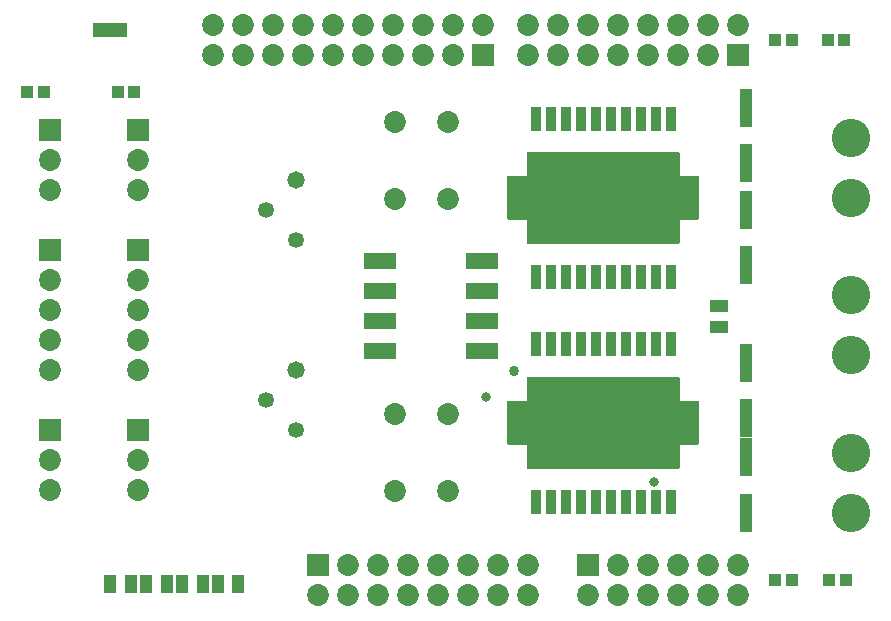
<source format=gts>
%FSLAX25Y25*%
%MOIN*%
G70*
G01*
G75*
G04 Layer_Color=8388736*
%ADD10R,0.03150X0.03347*%
%ADD11R,0.02756X0.07087*%
%ADD12R,0.03937X0.03937*%
%ADD13R,0.05118X0.03347*%
%ADD14R,0.10500X0.04300*%
%ADD15R,0.03347X0.05118*%
%ADD16R,0.03150X0.11811*%
%ADD17R,0.10000X0.04400*%
%ADD18C,0.01200*%
%ADD19C,0.00600*%
%ADD20C,0.03000*%
%ADD21C,0.02500*%
%ADD22C,0.00700*%
%ADD23C,0.03200*%
%ADD24C,0.01600*%
%ADD25C,0.02800*%
%ADD26C,0.03500*%
%ADD27C,0.02000*%
%ADD28R,0.02953X0.02953*%
%ADD29R,0.06500X0.06500*%
%ADD30C,0.06500*%
%ADD31R,0.06500X0.06500*%
%ADD32C,0.12000*%
%ADD33C,0.05000*%
%ADD34C,0.04500*%
%ADD35C,0.02600*%
%ADD36C,0.02400*%
%ADD37C,0.04400*%
%ADD38C,0.03200*%
%ADD39C,0.03000*%
%ADD40R,0.13976X0.05906*%
%ADD41R,0.02362X0.03347*%
%ADD42R,0.03347X0.03150*%
%ADD43R,0.03543X0.04921*%
%ADD44R,0.08268X0.03543*%
%ADD45R,0.08268X0.12992*%
%ADD46C,0.01000*%
%ADD47C,0.00394*%
%ADD48C,0.01500*%
%ADD49C,0.00787*%
%ADD50C,0.00800*%
%ADD51C,0.00400*%
%ADD52R,0.03950X0.04147*%
%ADD53R,0.03556X0.07887*%
%ADD54R,0.04737X0.04737*%
%ADD55R,0.05918X0.04147*%
%ADD56R,0.11300X0.05100*%
%ADD57R,0.04147X0.05918*%
%ADD58R,0.03950X0.12611*%
%ADD59R,0.10800X0.05200*%
%ADD60R,0.03753X0.03753*%
%ADD61R,0.07300X0.07300*%
%ADD62C,0.07300*%
%ADD63R,0.07300X0.07300*%
%ADD64C,0.12800*%
%ADD65C,0.05800*%
%ADD66C,0.05300*%
%ADD67C,0.03400*%
G36*
X-89948Y-127103D02*
X-89896Y-127113D01*
X-89847Y-127130D01*
X-89800Y-127153D01*
X-89756Y-127182D01*
X-89717Y-127217D01*
X-89682Y-127256D01*
X-89653Y-127300D01*
X-89630Y-127347D01*
X-89613Y-127396D01*
X-89603Y-127448D01*
X-89599Y-127500D01*
Y-135099D01*
X-83799D01*
X-83747Y-135103D01*
X-83696Y-135113D01*
X-83646Y-135130D01*
X-83599Y-135153D01*
X-83555Y-135182D01*
X-83516Y-135217D01*
X-83481Y-135256D01*
X-83452Y-135300D01*
X-83429Y-135347D01*
X-83412Y-135396D01*
X-83402Y-135448D01*
X-83398Y-135500D01*
Y-149500D01*
X-83402Y-149552D01*
X-83412Y-149604D01*
X-83429Y-149653D01*
X-83452Y-149700D01*
X-83481Y-149744D01*
X-83516Y-149784D01*
X-83555Y-149818D01*
X-83599Y-149847D01*
X-83646Y-149870D01*
X-83696Y-149887D01*
X-83747Y-149897D01*
X-83799Y-149901D01*
X-89599D01*
Y-157500D01*
X-89603Y-157552D01*
X-89613Y-157604D01*
X-89630Y-157653D01*
X-89653Y-157700D01*
X-89682Y-157744D01*
X-89717Y-157783D01*
X-89756Y-157818D01*
X-89800Y-157847D01*
X-89847Y-157870D01*
X-89896Y-157887D01*
X-89948Y-157897D01*
X-90000Y-157901D01*
X-140000D01*
X-140052Y-157897D01*
X-140104Y-157887D01*
X-140153Y-157870D01*
X-140200Y-157847D01*
X-140244Y-157818D01*
X-140283Y-157783D01*
X-140318Y-157744D01*
X-140347Y-157700D01*
X-140370Y-157653D01*
X-140387Y-157604D01*
X-140397Y-157552D01*
X-140401Y-157500D01*
Y-149901D01*
X-146595D01*
X-146647Y-149897D01*
X-146698Y-149887D01*
X-146748Y-149870D01*
X-146795Y-149847D01*
X-146838Y-149818D01*
X-146878Y-149784D01*
X-146913Y-149744D01*
X-146942Y-149700D01*
X-146965Y-149653D01*
X-146982Y-149604D01*
X-146992Y-149552D01*
X-146995Y-149500D01*
Y-135500D01*
X-146992Y-135448D01*
X-146982Y-135396D01*
X-146965Y-135347D01*
X-146942Y-135300D01*
X-146913Y-135256D01*
X-146878Y-135217D01*
X-146838Y-135182D01*
X-146795Y-135153D01*
X-146748Y-135130D01*
X-146698Y-135113D01*
X-146647Y-135103D01*
X-146595Y-135099D01*
X-140401D01*
Y-127500D01*
X-140397Y-127448D01*
X-140387Y-127396D01*
X-140370Y-127347D01*
X-140347Y-127300D01*
X-140318Y-127256D01*
X-140283Y-127217D01*
X-140244Y-127182D01*
X-140200Y-127153D01*
X-140153Y-127130D01*
X-140104Y-127113D01*
X-140052Y-127103D01*
X-140000Y-127099D01*
X-90000D01*
X-89948Y-127103D01*
D02*
G37*
G36*
Y-52103D02*
X-89896Y-52113D01*
X-89847Y-52130D01*
X-89800Y-52153D01*
X-89756Y-52182D01*
X-89717Y-52217D01*
X-89682Y-52256D01*
X-89653Y-52300D01*
X-89630Y-52347D01*
X-89613Y-52396D01*
X-89603Y-52448D01*
X-89599Y-52500D01*
Y-60099D01*
X-83799D01*
X-83747Y-60103D01*
X-83696Y-60113D01*
X-83646Y-60130D01*
X-83599Y-60153D01*
X-83555Y-60182D01*
X-83516Y-60217D01*
X-83481Y-60256D01*
X-83452Y-60300D01*
X-83429Y-60347D01*
X-83412Y-60396D01*
X-83402Y-60448D01*
X-83398Y-60500D01*
Y-74500D01*
X-83402Y-74552D01*
X-83412Y-74604D01*
X-83429Y-74653D01*
X-83452Y-74700D01*
X-83481Y-74744D01*
X-83516Y-74783D01*
X-83555Y-74818D01*
X-83599Y-74847D01*
X-83646Y-74870D01*
X-83696Y-74887D01*
X-83747Y-74897D01*
X-83799Y-74901D01*
X-89599D01*
Y-82500D01*
X-89603Y-82552D01*
X-89613Y-82604D01*
X-89630Y-82653D01*
X-89653Y-82700D01*
X-89682Y-82744D01*
X-89717Y-82784D01*
X-89756Y-82818D01*
X-89800Y-82847D01*
X-89847Y-82870D01*
X-89896Y-82887D01*
X-89948Y-82897D01*
X-90000Y-82901D01*
X-140000D01*
X-140052Y-82897D01*
X-140104Y-82887D01*
X-140153Y-82870D01*
X-140200Y-82847D01*
X-140244Y-82818D01*
X-140283Y-82784D01*
X-140318Y-82744D01*
X-140347Y-82700D01*
X-140370Y-82653D01*
X-140387Y-82604D01*
X-140397Y-82552D01*
X-140401Y-82500D01*
Y-74901D01*
X-146595D01*
X-146647Y-74897D01*
X-146698Y-74887D01*
X-146748Y-74870D01*
X-146795Y-74847D01*
X-146838Y-74818D01*
X-146878Y-74783D01*
X-146913Y-74744D01*
X-146942Y-74700D01*
X-146965Y-74653D01*
X-146982Y-74604D01*
X-146992Y-74552D01*
X-146995Y-74500D01*
Y-60500D01*
X-146992Y-60448D01*
X-146982Y-60396D01*
X-146965Y-60347D01*
X-146942Y-60300D01*
X-146913Y-60256D01*
X-146878Y-60217D01*
X-146838Y-60182D01*
X-146795Y-60153D01*
X-146748Y-60130D01*
X-146698Y-60113D01*
X-146647Y-60103D01*
X-146595Y-60099D01*
X-140401D01*
Y-52500D01*
X-140397Y-52448D01*
X-140387Y-52396D01*
X-140370Y-52347D01*
X-140347Y-52300D01*
X-140318Y-52256D01*
X-140283Y-52217D01*
X-140244Y-52182D01*
X-140200Y-52153D01*
X-140153Y-52130D01*
X-140104Y-52113D01*
X-140052Y-52103D01*
X-140000Y-52099D01*
X-90000D01*
X-89948Y-52103D01*
D02*
G37*
D38*
X-98100Y-162300D02*
D03*
X-154100Y-134000D02*
D03*
D52*
X-34244Y-195000D02*
D03*
X-39756D02*
D03*
X-52244D02*
D03*
X-57756D02*
D03*
X-34744Y-15000D02*
D03*
X-40256D02*
D03*
X-52244D02*
D03*
X-57756D02*
D03*
X-301544Y-32100D02*
D03*
X-307056D02*
D03*
X-271344Y-32200D02*
D03*
X-276856D02*
D03*
D53*
X-92500Y-168878D02*
D03*
X-97500D02*
D03*
X-102500D02*
D03*
X-107500D02*
D03*
X-112500D02*
D03*
X-117500D02*
D03*
X-122500D02*
D03*
X-127500D02*
D03*
X-132500D02*
D03*
X-137500D02*
D03*
Y-116122D02*
D03*
X-132500D02*
D03*
X-127500D02*
D03*
X-122500D02*
D03*
X-117500D02*
D03*
X-112500D02*
D03*
X-107500D02*
D03*
X-102500D02*
D03*
X-97500D02*
D03*
X-92500D02*
D03*
Y-93878D02*
D03*
X-97500D02*
D03*
X-102500D02*
D03*
X-107500D02*
D03*
X-112500D02*
D03*
X-117500D02*
D03*
X-122500D02*
D03*
X-127500D02*
D03*
X-132500D02*
D03*
X-137500D02*
D03*
Y-41122D02*
D03*
X-132500D02*
D03*
X-127500D02*
D03*
X-122500D02*
D03*
X-117500D02*
D03*
X-112500D02*
D03*
X-107500D02*
D03*
X-102500D02*
D03*
X-97500D02*
D03*
X-92500D02*
D03*
D54*
X-115000Y-142500D02*
D03*
Y-145256D02*
D03*
Y-139744D02*
D03*
X-106732D02*
D03*
Y-145256D02*
D03*
Y-142500D02*
D03*
X-115000Y-67500D02*
D03*
Y-70256D02*
D03*
Y-64744D02*
D03*
X-106732D02*
D03*
Y-70256D02*
D03*
Y-67500D02*
D03*
D55*
X-76500Y-103555D02*
D03*
Y-110445D02*
D03*
D56*
X-279500Y-11500D02*
D03*
D57*
X-279445Y-196300D02*
D03*
X-272555D02*
D03*
X-267345D02*
D03*
X-260455D02*
D03*
X-255445Y-196200D02*
D03*
X-248555D02*
D03*
X-243545D02*
D03*
X-236655D02*
D03*
D58*
X-67500Y-141000D02*
D03*
Y-122500D02*
D03*
Y-71500D02*
D03*
Y-90000D02*
D03*
Y-154000D02*
D03*
Y-172500D02*
D03*
Y-37500D02*
D03*
Y-56000D02*
D03*
D59*
X-155550Y-118500D02*
D03*
X-189450D02*
D03*
X-155550Y-108500D02*
D03*
X-189450D02*
D03*
X-155550Y-98500D02*
D03*
X-189450D02*
D03*
X-155550Y-88500D02*
D03*
X-189450D02*
D03*
D60*
X-128779Y-142500D02*
D03*
Y-145256D02*
D03*
Y-139744D02*
D03*
X-131535Y-142500D02*
D03*
Y-145256D02*
D03*
Y-139744D02*
D03*
X-134291Y-142500D02*
D03*
Y-145256D02*
D03*
Y-139744D02*
D03*
X-137047Y-142500D02*
D03*
Y-145256D02*
D03*
Y-139744D02*
D03*
X-139803Y-142500D02*
D03*
Y-145256D02*
D03*
Y-139744D02*
D03*
X-142559Y-142500D02*
D03*
Y-145256D02*
D03*
Y-139744D02*
D03*
X-101221Y-142500D02*
D03*
Y-145256D02*
D03*
Y-139744D02*
D03*
X-98465Y-142500D02*
D03*
Y-145256D02*
D03*
Y-139744D02*
D03*
X-95709Y-142500D02*
D03*
Y-145256D02*
D03*
Y-139744D02*
D03*
X-87441D02*
D03*
Y-145256D02*
D03*
Y-142500D02*
D03*
X-90197Y-139744D02*
D03*
Y-145256D02*
D03*
Y-142500D02*
D03*
X-92953Y-139744D02*
D03*
Y-145256D02*
D03*
Y-142500D02*
D03*
X-84685D02*
D03*
Y-145256D02*
D03*
Y-139744D02*
D03*
X-145315D02*
D03*
Y-145256D02*
D03*
Y-142500D02*
D03*
Y-136988D02*
D03*
X-84685D02*
D03*
X-92953D02*
D03*
X-90197D02*
D03*
X-87441D02*
D03*
X-95709D02*
D03*
X-98465D02*
D03*
X-101221D02*
D03*
X-142559D02*
D03*
X-139803D02*
D03*
X-137047D02*
D03*
X-134291D02*
D03*
X-131535D02*
D03*
X-128779D02*
D03*
X-145315Y-148012D02*
D03*
X-84685D02*
D03*
X-92953D02*
D03*
X-90197D02*
D03*
X-87441D02*
D03*
X-95709D02*
D03*
X-98465D02*
D03*
X-101221D02*
D03*
X-142559D02*
D03*
X-139803D02*
D03*
X-137047D02*
D03*
X-134291D02*
D03*
X-131535D02*
D03*
X-128779D02*
D03*
X-92953Y-150768D02*
D03*
X-95709D02*
D03*
X-98465D02*
D03*
X-101221D02*
D03*
X-137047D02*
D03*
X-134291D02*
D03*
X-131535D02*
D03*
X-128779D02*
D03*
X-92953Y-134232D02*
D03*
X-95709D02*
D03*
X-98465D02*
D03*
X-101221D02*
D03*
X-137047D02*
D03*
X-134291D02*
D03*
X-131535D02*
D03*
X-128779D02*
D03*
Y-131476D02*
D03*
X-131535D02*
D03*
X-134291D02*
D03*
X-137047Y-131476D02*
D03*
X-101221Y-131476D02*
D03*
X-98465D02*
D03*
X-95709D02*
D03*
X-92953D02*
D03*
Y-153524D02*
D03*
X-95709D02*
D03*
X-98465D02*
D03*
X-101221D02*
D03*
X-137047Y-153524D02*
D03*
X-134291Y-153524D02*
D03*
X-131535D02*
D03*
X-128779D02*
D03*
Y-67500D02*
D03*
Y-70256D02*
D03*
Y-64744D02*
D03*
X-131535Y-67500D02*
D03*
Y-70256D02*
D03*
Y-64744D02*
D03*
X-134291Y-67500D02*
D03*
Y-70256D02*
D03*
Y-64744D02*
D03*
X-137047Y-67500D02*
D03*
Y-70256D02*
D03*
Y-64744D02*
D03*
X-139803Y-67500D02*
D03*
Y-70256D02*
D03*
Y-64744D02*
D03*
X-142559Y-67500D02*
D03*
Y-70256D02*
D03*
Y-64744D02*
D03*
X-101221Y-67500D02*
D03*
Y-70256D02*
D03*
Y-64744D02*
D03*
X-98465Y-67500D02*
D03*
Y-70256D02*
D03*
Y-64744D02*
D03*
X-95709Y-67500D02*
D03*
Y-70256D02*
D03*
Y-64744D02*
D03*
X-87441D02*
D03*
Y-70256D02*
D03*
Y-67500D02*
D03*
X-90197Y-64744D02*
D03*
Y-70256D02*
D03*
Y-67500D02*
D03*
X-92953Y-64744D02*
D03*
Y-70256D02*
D03*
Y-67500D02*
D03*
X-84685D02*
D03*
Y-70256D02*
D03*
Y-64744D02*
D03*
X-145315D02*
D03*
Y-70256D02*
D03*
Y-67500D02*
D03*
Y-61988D02*
D03*
X-84685D02*
D03*
X-92953D02*
D03*
X-90197D02*
D03*
X-87441D02*
D03*
X-95709D02*
D03*
X-98465D02*
D03*
X-101221D02*
D03*
X-142559D02*
D03*
X-139803D02*
D03*
X-137047D02*
D03*
X-134291D02*
D03*
X-131535D02*
D03*
X-128779D02*
D03*
X-145315Y-73012D02*
D03*
X-84685D02*
D03*
X-92953D02*
D03*
X-90197D02*
D03*
X-87441D02*
D03*
X-95709D02*
D03*
X-98465D02*
D03*
X-101221D02*
D03*
X-142559D02*
D03*
X-139803D02*
D03*
X-137047D02*
D03*
X-134291D02*
D03*
X-131535D02*
D03*
X-128779D02*
D03*
X-92953Y-75768D02*
D03*
X-95709D02*
D03*
X-98465D02*
D03*
X-101221D02*
D03*
X-137047D02*
D03*
X-134291D02*
D03*
X-131535D02*
D03*
X-128779D02*
D03*
X-92953Y-59232D02*
D03*
X-95709D02*
D03*
X-98465D02*
D03*
X-101221D02*
D03*
X-137047D02*
D03*
X-134291D02*
D03*
X-131535D02*
D03*
X-128779D02*
D03*
Y-56476D02*
D03*
X-131535D02*
D03*
X-134291D02*
D03*
X-137047Y-56476D02*
D03*
X-101221Y-56476D02*
D03*
X-98465D02*
D03*
X-95709D02*
D03*
X-92953D02*
D03*
Y-78524D02*
D03*
X-95709D02*
D03*
X-98465D02*
D03*
X-101221D02*
D03*
X-137047Y-78524D02*
D03*
X-134291Y-78524D02*
D03*
X-131535D02*
D03*
X-128779D02*
D03*
D61*
X-210000Y-190000D02*
D03*
X-70000Y-20000D02*
D03*
X-155000D02*
D03*
X-120000Y-190000D02*
D03*
D62*
X-200000D02*
D03*
X-190000D02*
D03*
X-180000D02*
D03*
X-170000D02*
D03*
X-160000D02*
D03*
X-210000Y-200000D02*
D03*
X-200000D02*
D03*
X-190000D02*
D03*
X-180000D02*
D03*
X-170000D02*
D03*
X-160000D02*
D03*
X-150000Y-190000D02*
D03*
Y-200000D02*
D03*
X-140000D02*
D03*
Y-190000D02*
D03*
X-80000Y-20000D02*
D03*
X-90000D02*
D03*
X-100000D02*
D03*
X-110000D02*
D03*
X-120000D02*
D03*
X-70000Y-10000D02*
D03*
X-80000D02*
D03*
X-90000D02*
D03*
X-100000D02*
D03*
X-110000D02*
D03*
X-120000D02*
D03*
X-130000Y-20000D02*
D03*
Y-10000D02*
D03*
X-140000D02*
D03*
Y-20000D02*
D03*
X-235000D02*
D03*
Y-10000D02*
D03*
X-245000D02*
D03*
Y-20000D02*
D03*
X-225000D02*
D03*
Y-10000D02*
D03*
X-215000D02*
D03*
Y-20000D02*
D03*
X-205000Y-10000D02*
D03*
X-195000D02*
D03*
X-185000D02*
D03*
X-175000D02*
D03*
X-165000D02*
D03*
X-155000D02*
D03*
X-205000Y-20000D02*
D03*
X-195000D02*
D03*
X-185000D02*
D03*
X-175000D02*
D03*
X-165000D02*
D03*
X-110000Y-190000D02*
D03*
X-100000D02*
D03*
X-90000D02*
D03*
X-80000D02*
D03*
X-70000D02*
D03*
X-120000Y-200000D02*
D03*
X-110000D02*
D03*
X-100000D02*
D03*
X-90000D02*
D03*
X-80000D02*
D03*
X-70000D02*
D03*
X-299500Y-65000D02*
D03*
Y-55000D02*
D03*
X-270000D02*
D03*
Y-65000D02*
D03*
X-299500Y-95000D02*
D03*
Y-105000D02*
D03*
Y-115000D02*
D03*
Y-125000D02*
D03*
X-270000D02*
D03*
Y-115000D02*
D03*
Y-105000D02*
D03*
Y-95000D02*
D03*
X-270000Y-165000D02*
D03*
Y-155000D02*
D03*
X-299500Y-165000D02*
D03*
Y-155000D02*
D03*
X-184358Y-139705D02*
D03*
Y-165295D02*
D03*
X-166642Y-139705D02*
D03*
Y-165295D02*
D03*
X-184358Y-42205D02*
D03*
Y-67795D02*
D03*
X-166642Y-42205D02*
D03*
Y-67795D02*
D03*
D63*
X-299500Y-45000D02*
D03*
X-270000D02*
D03*
X-299500Y-85000D02*
D03*
X-270000D02*
D03*
X-270000Y-145000D02*
D03*
X-299500D02*
D03*
D64*
X-32500Y-47500D02*
D03*
Y-67500D02*
D03*
Y-100000D02*
D03*
Y-120000D02*
D03*
Y-152500D02*
D03*
Y-172500D02*
D03*
D65*
X-217500Y-61500D02*
D03*
Y-125000D02*
D03*
D66*
X-227500Y-71500D02*
D03*
X-217500Y-81500D02*
D03*
X-227500Y-135000D02*
D03*
X-217500Y-145000D02*
D03*
D67*
X-144900Y-125200D02*
D03*
M02*

</source>
